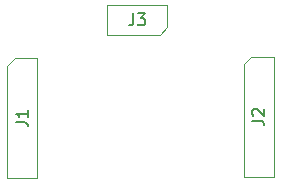
<source format=gbr>
%TF.GenerationSoftware,KiCad,Pcbnew,9.0.2+1*%
%TF.CreationDate,2025-07-02T18:21:17+02:00*%
%TF.ProjectId,xiaoC3_board_adapter,7869616f-4333-45f6-926f-6172645f6164,0*%
%TF.SameCoordinates,PX3ef1480PY3567e00*%
%TF.FileFunction,AssemblyDrawing,Top*%
%FSLAX46Y46*%
G04 Gerber Fmt 4.6, Leading zero omitted, Abs format (unit mm)*
G04 Created by KiCad (PCBNEW 9.0.2+1) date 2025-07-02 18:21:17*
%MOMM*%
%LPD*%
G01*
G04 APERTURE LIST*
%ADD10C,0.150000*%
%ADD11C,0.100000*%
G04 APERTURE END LIST*
D10*
X23454819Y9976667D02*
X24169104Y9976667D01*
X24169104Y9976667D02*
X24311961Y9929048D01*
X24311961Y9929048D02*
X24407200Y9833810D01*
X24407200Y9833810D02*
X24454819Y9690953D01*
X24454819Y9690953D02*
X24454819Y9595715D01*
X23550057Y10405239D02*
X23502438Y10452858D01*
X23502438Y10452858D02*
X23454819Y10548096D01*
X23454819Y10548096D02*
X23454819Y10786191D01*
X23454819Y10786191D02*
X23502438Y10881429D01*
X23502438Y10881429D02*
X23550057Y10929048D01*
X23550057Y10929048D02*
X23645295Y10976667D01*
X23645295Y10976667D02*
X23740533Y10976667D01*
X23740533Y10976667D02*
X23883390Y10929048D01*
X23883390Y10929048D02*
X24454819Y10357620D01*
X24454819Y10357620D02*
X24454819Y10976667D01*
X3454819Y9856667D02*
X4169104Y9856667D01*
X4169104Y9856667D02*
X4311961Y9809048D01*
X4311961Y9809048D02*
X4407200Y9713810D01*
X4407200Y9713810D02*
X4454819Y9570953D01*
X4454819Y9570953D02*
X4454819Y9475715D01*
X4454819Y10856667D02*
X4454819Y10285239D01*
X4454819Y10570953D02*
X3454819Y10570953D01*
X3454819Y10570953D02*
X3597676Y10475715D01*
X3597676Y10475715D02*
X3692914Y10380477D01*
X3692914Y10380477D02*
X3740533Y10285239D01*
X13396666Y19045181D02*
X13396666Y18330896D01*
X13396666Y18330896D02*
X13349047Y18188039D01*
X13349047Y18188039D02*
X13253809Y18092800D01*
X13253809Y18092800D02*
X13110952Y18045181D01*
X13110952Y18045181D02*
X13015714Y18045181D01*
X13777619Y19045181D02*
X14396666Y19045181D01*
X14396666Y19045181D02*
X14063333Y18664229D01*
X14063333Y18664229D02*
X14206190Y18664229D01*
X14206190Y18664229D02*
X14301428Y18616610D01*
X14301428Y18616610D02*
X14349047Y18568991D01*
X14349047Y18568991D02*
X14396666Y18473753D01*
X14396666Y18473753D02*
X14396666Y18235658D01*
X14396666Y18235658D02*
X14349047Y18140420D01*
X14349047Y18140420D02*
X14301428Y18092800D01*
X14301428Y18092800D02*
X14206190Y18045181D01*
X14206190Y18045181D02*
X13920476Y18045181D01*
X13920476Y18045181D02*
X13825238Y18092800D01*
X13825238Y18092800D02*
X13777619Y18140420D01*
D11*
%TO.C,J2*%
X22730000Y14755000D02*
X23365000Y15390000D01*
X22730000Y5230000D02*
X22730000Y14755000D01*
X23365000Y15390000D02*
X25270000Y15390000D01*
X25270000Y15390000D02*
X25270000Y5230000D01*
X25270000Y5230000D02*
X22730000Y5230000D01*
%TO.C,J1*%
X2730000Y14635000D02*
X3365000Y15270000D01*
X2730000Y5110000D02*
X2730000Y14635000D01*
X3365000Y15270000D02*
X5270000Y15270000D01*
X5270000Y15270000D02*
X5270000Y5110000D01*
X5270000Y5110000D02*
X2730000Y5110000D01*
%TO.C,J3*%
X11190000Y19770000D02*
X16270000Y19770000D01*
X11190000Y17230000D02*
X11190000Y19770000D01*
X15635000Y17230000D02*
X11190000Y17230000D01*
X16270000Y19770000D02*
X16270000Y17865000D01*
X16270000Y17865000D02*
X15635000Y17230000D01*
%TD*%
M02*

</source>
